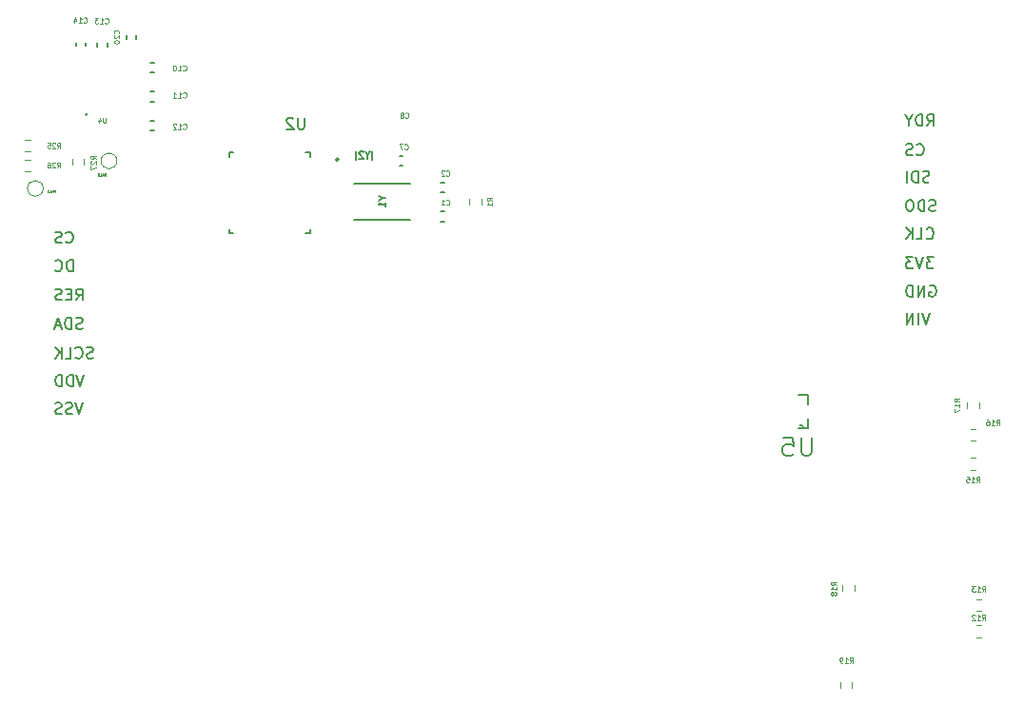
<source format=gbr>
%TF.GenerationSoftware,KiCad,Pcbnew,7.0.9*%
%TF.CreationDate,2024-01-04T23:56:04+08:00*%
%TF.ProjectId,stm32_timer_app,73746d33-325f-4746-996d-65725f617070,rev?*%
%TF.SameCoordinates,PX6a6e180PY6b00940*%
%TF.FileFunction,Legend,Bot*%
%TF.FilePolarity,Positive*%
%FSLAX46Y46*%
G04 Gerber Fmt 4.6, Leading zero omitted, Abs format (unit mm)*
G04 Created by KiCad (PCBNEW 7.0.9) date 2024-01-04 23:56:04*
%MOMM*%
%LPD*%
G01*
G04 APERTURE LIST*
%ADD10C,0.050000*%
%ADD11C,0.150000*%
%ADD12C,0.117500*%
%ADD13C,0.118517*%
%ADD14C,0.098716*%
%ADD15C,0.127000*%
%ADD16C,0.200000*%
%ADD17C,0.120000*%
%ADD18C,0.140000*%
%ADD19C,0.152400*%
G04 APERTURE END LIST*
D10*
X53878570Y58377077D02*
X53878570Y58577077D01*
X53878570Y58577077D02*
X53802380Y58577077D01*
X53802380Y58577077D02*
X53783332Y58567553D01*
X53783332Y58567553D02*
X53773809Y58558029D01*
X53773809Y58558029D02*
X53764285Y58538981D01*
X53764285Y58538981D02*
X53764285Y58510410D01*
X53764285Y58510410D02*
X53773809Y58491362D01*
X53773809Y58491362D02*
X53783332Y58481839D01*
X53783332Y58481839D02*
X53802380Y58472315D01*
X53802380Y58472315D02*
X53878570Y58472315D01*
X53688094Y58434220D02*
X53592856Y58434220D01*
X53707142Y58377077D02*
X53640475Y58577077D01*
X53640475Y58577077D02*
X53573809Y58377077D01*
X53402380Y58377077D02*
X53516665Y58377077D01*
X53459522Y58377077D02*
X53459522Y58577077D01*
X53459522Y58577077D02*
X53478570Y58548505D01*
X53478570Y58548505D02*
X53497618Y58529458D01*
X53497618Y58529458D02*
X53516665Y58519934D01*
X53211904Y58377077D02*
X53326189Y58377077D01*
X53269046Y58377077D02*
X53269046Y58577077D01*
X53269046Y58577077D02*
X53288094Y58548505D01*
X53288094Y58548505D02*
X53307142Y58529458D01*
X53307142Y58529458D02*
X53326189Y58519934D01*
X58378570Y59827077D02*
X58378570Y60027077D01*
X58378570Y60027077D02*
X58302380Y60027077D01*
X58302380Y60027077D02*
X58283332Y60017553D01*
X58283332Y60017553D02*
X58273809Y60008029D01*
X58273809Y60008029D02*
X58264285Y59988981D01*
X58264285Y59988981D02*
X58264285Y59960410D01*
X58264285Y59960410D02*
X58273809Y59941362D01*
X58273809Y59941362D02*
X58283332Y59931839D01*
X58283332Y59931839D02*
X58302380Y59922315D01*
X58302380Y59922315D02*
X58378570Y59922315D01*
X58188094Y59884220D02*
X58092856Y59884220D01*
X58207142Y59827077D02*
X58140475Y60027077D01*
X58140475Y60027077D02*
X58073809Y59827077D01*
X57902380Y59827077D02*
X58016665Y59827077D01*
X57959522Y59827077D02*
X57959522Y60027077D01*
X57959522Y60027077D02*
X57978570Y59998505D01*
X57978570Y59998505D02*
X57997618Y59979458D01*
X57997618Y59979458D02*
X58016665Y59969934D01*
X57826189Y60008029D02*
X57816665Y60017553D01*
X57816665Y60017553D02*
X57797618Y60027077D01*
X57797618Y60027077D02*
X57749999Y60027077D01*
X57749999Y60027077D02*
X57730951Y60017553D01*
X57730951Y60017553D02*
X57721427Y60008029D01*
X57721427Y60008029D02*
X57711904Y59988981D01*
X57711904Y59988981D02*
X57711904Y59969934D01*
X57711904Y59969934D02*
X57721427Y59941362D01*
X57721427Y59941362D02*
X57835713Y59827077D01*
X57835713Y59827077D02*
X57711904Y59827077D01*
D11*
X76086904Y64980181D02*
X76086904Y64170658D01*
X76086904Y64170658D02*
X76039285Y64075420D01*
X76039285Y64075420D02*
X75991666Y64027800D01*
X75991666Y64027800D02*
X75896428Y63980181D01*
X75896428Y63980181D02*
X75705952Y63980181D01*
X75705952Y63980181D02*
X75610714Y64027800D01*
X75610714Y64027800D02*
X75563095Y64075420D01*
X75563095Y64075420D02*
X75515476Y64170658D01*
X75515476Y64170658D02*
X75515476Y64980181D01*
X75086904Y64884943D02*
X75039285Y64932562D01*
X75039285Y64932562D02*
X74944047Y64980181D01*
X74944047Y64980181D02*
X74705952Y64980181D01*
X74705952Y64980181D02*
X74610714Y64932562D01*
X74610714Y64932562D02*
X74563095Y64884943D01*
X74563095Y64884943D02*
X74515476Y64789705D01*
X74515476Y64789705D02*
X74515476Y64694467D01*
X74515476Y64694467D02*
X74563095Y64551610D01*
X74563095Y64551610D02*
X75134523Y63980181D01*
X75134523Y63980181D02*
X74515476Y63980181D01*
X56391113Y39629881D02*
X56057780Y38629881D01*
X56057780Y38629881D02*
X55724447Y39629881D01*
X55438732Y38677500D02*
X55295875Y38629881D01*
X55295875Y38629881D02*
X55057780Y38629881D01*
X55057780Y38629881D02*
X54962542Y38677500D01*
X54962542Y38677500D02*
X54914923Y38725120D01*
X54914923Y38725120D02*
X54867304Y38820358D01*
X54867304Y38820358D02*
X54867304Y38915596D01*
X54867304Y38915596D02*
X54914923Y39010834D01*
X54914923Y39010834D02*
X54962542Y39058453D01*
X54962542Y39058453D02*
X55057780Y39106072D01*
X55057780Y39106072D02*
X55248256Y39153691D01*
X55248256Y39153691D02*
X55343494Y39201310D01*
X55343494Y39201310D02*
X55391113Y39248929D01*
X55391113Y39248929D02*
X55438732Y39344167D01*
X55438732Y39344167D02*
X55438732Y39439405D01*
X55438732Y39439405D02*
X55391113Y39534643D01*
X55391113Y39534643D02*
X55343494Y39582262D01*
X55343494Y39582262D02*
X55248256Y39629881D01*
X55248256Y39629881D02*
X55010161Y39629881D01*
X55010161Y39629881D02*
X54867304Y39582262D01*
X54486351Y38677500D02*
X54343494Y38629881D01*
X54343494Y38629881D02*
X54105399Y38629881D01*
X54105399Y38629881D02*
X54010161Y38677500D01*
X54010161Y38677500D02*
X53962542Y38725120D01*
X53962542Y38725120D02*
X53914923Y38820358D01*
X53914923Y38820358D02*
X53914923Y38915596D01*
X53914923Y38915596D02*
X53962542Y39010834D01*
X53962542Y39010834D02*
X54010161Y39058453D01*
X54010161Y39058453D02*
X54105399Y39106072D01*
X54105399Y39106072D02*
X54295875Y39153691D01*
X54295875Y39153691D02*
X54391113Y39201310D01*
X54391113Y39201310D02*
X54438732Y39248929D01*
X54438732Y39248929D02*
X54486351Y39344167D01*
X54486351Y39344167D02*
X54486351Y39439405D01*
X54486351Y39439405D02*
X54438732Y39534643D01*
X54438732Y39534643D02*
X54391113Y39582262D01*
X54391113Y39582262D02*
X54295875Y39629881D01*
X54295875Y39629881D02*
X54057780Y39629881D01*
X54057780Y39629881D02*
X53914923Y39582262D01*
X54867304Y53939720D02*
X54914923Y53892100D01*
X54914923Y53892100D02*
X55057780Y53844481D01*
X55057780Y53844481D02*
X55153018Y53844481D01*
X55153018Y53844481D02*
X55295875Y53892100D01*
X55295875Y53892100D02*
X55391113Y53987339D01*
X55391113Y53987339D02*
X55438732Y54082577D01*
X55438732Y54082577D02*
X55486351Y54273053D01*
X55486351Y54273053D02*
X55486351Y54415910D01*
X55486351Y54415910D02*
X55438732Y54606386D01*
X55438732Y54606386D02*
X55391113Y54701624D01*
X55391113Y54701624D02*
X55295875Y54796862D01*
X55295875Y54796862D02*
X55153018Y54844481D01*
X55153018Y54844481D02*
X55057780Y54844481D01*
X55057780Y54844481D02*
X54914923Y54796862D01*
X54914923Y54796862D02*
X54867304Y54749243D01*
X54486351Y53892100D02*
X54343494Y53844481D01*
X54343494Y53844481D02*
X54105399Y53844481D01*
X54105399Y53844481D02*
X54010161Y53892100D01*
X54010161Y53892100D02*
X53962542Y53939720D01*
X53962542Y53939720D02*
X53914923Y54034958D01*
X53914923Y54034958D02*
X53914923Y54130196D01*
X53914923Y54130196D02*
X53962542Y54225434D01*
X53962542Y54225434D02*
X54010161Y54273053D01*
X54010161Y54273053D02*
X54105399Y54320672D01*
X54105399Y54320672D02*
X54295875Y54368291D01*
X54295875Y54368291D02*
X54391113Y54415910D01*
X54391113Y54415910D02*
X54438732Y54463529D01*
X54438732Y54463529D02*
X54486351Y54558767D01*
X54486351Y54558767D02*
X54486351Y54654005D01*
X54486351Y54654005D02*
X54438732Y54749243D01*
X54438732Y54749243D02*
X54391113Y54796862D01*
X54391113Y54796862D02*
X54295875Y54844481D01*
X54295875Y54844481D02*
X54057780Y54844481D01*
X54057780Y54844481D02*
X53914923Y54796862D01*
X55486352Y51329881D02*
X55486352Y52329881D01*
X55486352Y52329881D02*
X55248257Y52329881D01*
X55248257Y52329881D02*
X55105400Y52282262D01*
X55105400Y52282262D02*
X55010162Y52187024D01*
X55010162Y52187024D02*
X54962543Y52091786D01*
X54962543Y52091786D02*
X54914924Y51901310D01*
X54914924Y51901310D02*
X54914924Y51758453D01*
X54914924Y51758453D02*
X54962543Y51567977D01*
X54962543Y51567977D02*
X55010162Y51472739D01*
X55010162Y51472739D02*
X55105400Y51377500D01*
X55105400Y51377500D02*
X55248257Y51329881D01*
X55248257Y51329881D02*
X55486352Y51329881D01*
X53914924Y51425120D02*
X53962543Y51377500D01*
X53962543Y51377500D02*
X54105400Y51329881D01*
X54105400Y51329881D02*
X54200638Y51329881D01*
X54200638Y51329881D02*
X54343495Y51377500D01*
X54343495Y51377500D02*
X54438733Y51472739D01*
X54438733Y51472739D02*
X54486352Y51567977D01*
X54486352Y51567977D02*
X54533971Y51758453D01*
X54533971Y51758453D02*
X54533971Y51901310D01*
X54533971Y51901310D02*
X54486352Y52091786D01*
X54486352Y52091786D02*
X54438733Y52187024D01*
X54438733Y52187024D02*
X54343495Y52282262D01*
X54343495Y52282262D02*
X54200638Y52329881D01*
X54200638Y52329881D02*
X54105400Y52329881D01*
X54105400Y52329881D02*
X53962543Y52282262D01*
X53962543Y52282262D02*
X53914924Y52234643D01*
X55772066Y48764481D02*
X56105399Y49240672D01*
X56343494Y48764481D02*
X56343494Y49764481D01*
X56343494Y49764481D02*
X55962542Y49764481D01*
X55962542Y49764481D02*
X55867304Y49716862D01*
X55867304Y49716862D02*
X55819685Y49669243D01*
X55819685Y49669243D02*
X55772066Y49574005D01*
X55772066Y49574005D02*
X55772066Y49431148D01*
X55772066Y49431148D02*
X55819685Y49335910D01*
X55819685Y49335910D02*
X55867304Y49288291D01*
X55867304Y49288291D02*
X55962542Y49240672D01*
X55962542Y49240672D02*
X56343494Y49240672D01*
X55343494Y49288291D02*
X55010161Y49288291D01*
X54867304Y48764481D02*
X55343494Y48764481D01*
X55343494Y48764481D02*
X55343494Y49764481D01*
X55343494Y49764481D02*
X54867304Y49764481D01*
X54486351Y48812100D02*
X54343494Y48764481D01*
X54343494Y48764481D02*
X54105399Y48764481D01*
X54105399Y48764481D02*
X54010161Y48812100D01*
X54010161Y48812100D02*
X53962542Y48859720D01*
X53962542Y48859720D02*
X53914923Y48954958D01*
X53914923Y48954958D02*
X53914923Y49050196D01*
X53914923Y49050196D02*
X53962542Y49145434D01*
X53962542Y49145434D02*
X54010161Y49193053D01*
X54010161Y49193053D02*
X54105399Y49240672D01*
X54105399Y49240672D02*
X54295875Y49288291D01*
X54295875Y49288291D02*
X54391113Y49335910D01*
X54391113Y49335910D02*
X54438732Y49383529D01*
X54438732Y49383529D02*
X54486351Y49478767D01*
X54486351Y49478767D02*
X54486351Y49574005D01*
X54486351Y49574005D02*
X54438732Y49669243D01*
X54438732Y49669243D02*
X54391113Y49716862D01*
X54391113Y49716862D02*
X54295875Y49764481D01*
X54295875Y49764481D02*
X54057780Y49764481D01*
X54057780Y49764481D02*
X53914923Y49716862D01*
X56343495Y46246700D02*
X56200638Y46199081D01*
X56200638Y46199081D02*
X55962543Y46199081D01*
X55962543Y46199081D02*
X55867305Y46246700D01*
X55867305Y46246700D02*
X55819686Y46294320D01*
X55819686Y46294320D02*
X55772067Y46389558D01*
X55772067Y46389558D02*
X55772067Y46484796D01*
X55772067Y46484796D02*
X55819686Y46580034D01*
X55819686Y46580034D02*
X55867305Y46627653D01*
X55867305Y46627653D02*
X55962543Y46675272D01*
X55962543Y46675272D02*
X56153019Y46722891D01*
X56153019Y46722891D02*
X56248257Y46770510D01*
X56248257Y46770510D02*
X56295876Y46818129D01*
X56295876Y46818129D02*
X56343495Y46913367D01*
X56343495Y46913367D02*
X56343495Y47008605D01*
X56343495Y47008605D02*
X56295876Y47103843D01*
X56295876Y47103843D02*
X56248257Y47151462D01*
X56248257Y47151462D02*
X56153019Y47199081D01*
X56153019Y47199081D02*
X55914924Y47199081D01*
X55914924Y47199081D02*
X55772067Y47151462D01*
X55343495Y46199081D02*
X55343495Y47199081D01*
X55343495Y47199081D02*
X55105400Y47199081D01*
X55105400Y47199081D02*
X54962543Y47151462D01*
X54962543Y47151462D02*
X54867305Y47056224D01*
X54867305Y47056224D02*
X54819686Y46960986D01*
X54819686Y46960986D02*
X54772067Y46770510D01*
X54772067Y46770510D02*
X54772067Y46627653D01*
X54772067Y46627653D02*
X54819686Y46437177D01*
X54819686Y46437177D02*
X54867305Y46341939D01*
X54867305Y46341939D02*
X54962543Y46246700D01*
X54962543Y46246700D02*
X55105400Y46199081D01*
X55105400Y46199081D02*
X55343495Y46199081D01*
X54391114Y46484796D02*
X53914924Y46484796D01*
X54486352Y46199081D02*
X54153019Y47199081D01*
X54153019Y47199081D02*
X53819686Y46199081D01*
X57295875Y43630500D02*
X57153018Y43582881D01*
X57153018Y43582881D02*
X56914923Y43582881D01*
X56914923Y43582881D02*
X56819685Y43630500D01*
X56819685Y43630500D02*
X56772066Y43678120D01*
X56772066Y43678120D02*
X56724447Y43773358D01*
X56724447Y43773358D02*
X56724447Y43868596D01*
X56724447Y43868596D02*
X56772066Y43963834D01*
X56772066Y43963834D02*
X56819685Y44011453D01*
X56819685Y44011453D02*
X56914923Y44059072D01*
X56914923Y44059072D02*
X57105399Y44106691D01*
X57105399Y44106691D02*
X57200637Y44154310D01*
X57200637Y44154310D02*
X57248256Y44201929D01*
X57248256Y44201929D02*
X57295875Y44297167D01*
X57295875Y44297167D02*
X57295875Y44392405D01*
X57295875Y44392405D02*
X57248256Y44487643D01*
X57248256Y44487643D02*
X57200637Y44535262D01*
X57200637Y44535262D02*
X57105399Y44582881D01*
X57105399Y44582881D02*
X56867304Y44582881D01*
X56867304Y44582881D02*
X56724447Y44535262D01*
X55724447Y43678120D02*
X55772066Y43630500D01*
X55772066Y43630500D02*
X55914923Y43582881D01*
X55914923Y43582881D02*
X56010161Y43582881D01*
X56010161Y43582881D02*
X56153018Y43630500D01*
X56153018Y43630500D02*
X56248256Y43725739D01*
X56248256Y43725739D02*
X56295875Y43820977D01*
X56295875Y43820977D02*
X56343494Y44011453D01*
X56343494Y44011453D02*
X56343494Y44154310D01*
X56343494Y44154310D02*
X56295875Y44344786D01*
X56295875Y44344786D02*
X56248256Y44440024D01*
X56248256Y44440024D02*
X56153018Y44535262D01*
X56153018Y44535262D02*
X56010161Y44582881D01*
X56010161Y44582881D02*
X55914923Y44582881D01*
X55914923Y44582881D02*
X55772066Y44535262D01*
X55772066Y44535262D02*
X55724447Y44487643D01*
X54819685Y43582881D02*
X55295875Y43582881D01*
X55295875Y43582881D02*
X55295875Y44582881D01*
X54486351Y43582881D02*
X54486351Y44582881D01*
X53914923Y43582881D02*
X54343494Y44154310D01*
X53914923Y44582881D02*
X54486351Y44011453D01*
X56486351Y42093681D02*
X56153018Y41093681D01*
X56153018Y41093681D02*
X55819685Y42093681D01*
X55486351Y41093681D02*
X55486351Y42093681D01*
X55486351Y42093681D02*
X55248256Y42093681D01*
X55248256Y42093681D02*
X55105399Y42046062D01*
X55105399Y42046062D02*
X55010161Y41950824D01*
X55010161Y41950824D02*
X54962542Y41855586D01*
X54962542Y41855586D02*
X54914923Y41665110D01*
X54914923Y41665110D02*
X54914923Y41522253D01*
X54914923Y41522253D02*
X54962542Y41331777D01*
X54962542Y41331777D02*
X55010161Y41236539D01*
X55010161Y41236539D02*
X55105399Y41141300D01*
X55105399Y41141300D02*
X55248256Y41093681D01*
X55248256Y41093681D02*
X55486351Y41093681D01*
X54486351Y41093681D02*
X54486351Y42093681D01*
X54486351Y42093681D02*
X54248256Y42093681D01*
X54248256Y42093681D02*
X54105399Y42046062D01*
X54105399Y42046062D02*
X54010161Y41950824D01*
X54010161Y41950824D02*
X53962542Y41855586D01*
X53962542Y41855586D02*
X53914923Y41665110D01*
X53914923Y41665110D02*
X53914923Y41522253D01*
X53914923Y41522253D02*
X53962542Y41331777D01*
X53962542Y41331777D02*
X54010161Y41236539D01*
X54010161Y41236539D02*
X54105399Y41141300D01*
X54105399Y41141300D02*
X54248256Y41093681D01*
X54248256Y41093681D02*
X54486351Y41093681D01*
X132241171Y56731500D02*
X132098314Y56683881D01*
X132098314Y56683881D02*
X131860219Y56683881D01*
X131860219Y56683881D02*
X131764981Y56731500D01*
X131764981Y56731500D02*
X131717362Y56779120D01*
X131717362Y56779120D02*
X131669743Y56874358D01*
X131669743Y56874358D02*
X131669743Y56969596D01*
X131669743Y56969596D02*
X131717362Y57064834D01*
X131717362Y57064834D02*
X131764981Y57112453D01*
X131764981Y57112453D02*
X131860219Y57160072D01*
X131860219Y57160072D02*
X132050695Y57207691D01*
X132050695Y57207691D02*
X132145933Y57255310D01*
X132145933Y57255310D02*
X132193552Y57302929D01*
X132193552Y57302929D02*
X132241171Y57398167D01*
X132241171Y57398167D02*
X132241171Y57493405D01*
X132241171Y57493405D02*
X132193552Y57588643D01*
X132193552Y57588643D02*
X132145933Y57636262D01*
X132145933Y57636262D02*
X132050695Y57683881D01*
X132050695Y57683881D02*
X131812600Y57683881D01*
X131812600Y57683881D02*
X131669743Y57636262D01*
X131241171Y56683881D02*
X131241171Y57683881D01*
X131241171Y57683881D02*
X131003076Y57683881D01*
X131003076Y57683881D02*
X130860219Y57636262D01*
X130860219Y57636262D02*
X130764981Y57541024D01*
X130764981Y57541024D02*
X130717362Y57445786D01*
X130717362Y57445786D02*
X130669743Y57255310D01*
X130669743Y57255310D02*
X130669743Y57112453D01*
X130669743Y57112453D02*
X130717362Y56921977D01*
X130717362Y56921977D02*
X130764981Y56826739D01*
X130764981Y56826739D02*
X130860219Y56731500D01*
X130860219Y56731500D02*
X131003076Y56683881D01*
X131003076Y56683881D02*
X131241171Y56683881D01*
X130050695Y57683881D02*
X129860219Y57683881D01*
X129860219Y57683881D02*
X129764981Y57636262D01*
X129764981Y57636262D02*
X129669743Y57541024D01*
X129669743Y57541024D02*
X129622124Y57350548D01*
X129622124Y57350548D02*
X129622124Y57017215D01*
X129622124Y57017215D02*
X129669743Y56826739D01*
X129669743Y56826739D02*
X129764981Y56731500D01*
X129764981Y56731500D02*
X129860219Y56683881D01*
X129860219Y56683881D02*
X130050695Y56683881D01*
X130050695Y56683881D02*
X130145933Y56731500D01*
X130145933Y56731500D02*
X130241171Y56826739D01*
X130241171Y56826739D02*
X130288790Y57017215D01*
X130288790Y57017215D02*
X130288790Y57350548D01*
X130288790Y57350548D02*
X130241171Y57541024D01*
X130241171Y57541024D02*
X130145933Y57636262D01*
X130145933Y57636262D02*
X130050695Y57683881D01*
X130574504Y61757520D02*
X130622123Y61709900D01*
X130622123Y61709900D02*
X130764980Y61662281D01*
X130764980Y61662281D02*
X130860218Y61662281D01*
X130860218Y61662281D02*
X131003075Y61709900D01*
X131003075Y61709900D02*
X131098313Y61805139D01*
X131098313Y61805139D02*
X131145932Y61900377D01*
X131145932Y61900377D02*
X131193551Y62090853D01*
X131193551Y62090853D02*
X131193551Y62233710D01*
X131193551Y62233710D02*
X131145932Y62424186D01*
X131145932Y62424186D02*
X131098313Y62519424D01*
X131098313Y62519424D02*
X131003075Y62614662D01*
X131003075Y62614662D02*
X130860218Y62662281D01*
X130860218Y62662281D02*
X130764980Y62662281D01*
X130764980Y62662281D02*
X130622123Y62614662D01*
X130622123Y62614662D02*
X130574504Y62567043D01*
X130193551Y61709900D02*
X130050694Y61662281D01*
X130050694Y61662281D02*
X129812599Y61662281D01*
X129812599Y61662281D02*
X129717361Y61709900D01*
X129717361Y61709900D02*
X129669742Y61757520D01*
X129669742Y61757520D02*
X129622123Y61852758D01*
X129622123Y61852758D02*
X129622123Y61947996D01*
X129622123Y61947996D02*
X129669742Y62043234D01*
X129669742Y62043234D02*
X129717361Y62090853D01*
X129717361Y62090853D02*
X129812599Y62138472D01*
X129812599Y62138472D02*
X130003075Y62186091D01*
X130003075Y62186091D02*
X130098313Y62233710D01*
X130098313Y62233710D02*
X130145932Y62281329D01*
X130145932Y62281329D02*
X130193551Y62376567D01*
X130193551Y62376567D02*
X130193551Y62471805D01*
X130193551Y62471805D02*
X130145932Y62567043D01*
X130145932Y62567043D02*
X130098313Y62614662D01*
X130098313Y62614662D02*
X130003075Y62662281D01*
X130003075Y62662281D02*
X129764980Y62662281D01*
X129764980Y62662281D02*
X129622123Y62614662D01*
X131479266Y64283681D02*
X131812599Y64759872D01*
X132050694Y64283681D02*
X132050694Y65283681D01*
X132050694Y65283681D02*
X131669742Y65283681D01*
X131669742Y65283681D02*
X131574504Y65236062D01*
X131574504Y65236062D02*
X131526885Y65188443D01*
X131526885Y65188443D02*
X131479266Y65093205D01*
X131479266Y65093205D02*
X131479266Y64950348D01*
X131479266Y64950348D02*
X131526885Y64855110D01*
X131526885Y64855110D02*
X131574504Y64807491D01*
X131574504Y64807491D02*
X131669742Y64759872D01*
X131669742Y64759872D02*
X132050694Y64759872D01*
X131050694Y64283681D02*
X131050694Y65283681D01*
X131050694Y65283681D02*
X130812599Y65283681D01*
X130812599Y65283681D02*
X130669742Y65236062D01*
X130669742Y65236062D02*
X130574504Y65140824D01*
X130574504Y65140824D02*
X130526885Y65045586D01*
X130526885Y65045586D02*
X130479266Y64855110D01*
X130479266Y64855110D02*
X130479266Y64712253D01*
X130479266Y64712253D02*
X130526885Y64521777D01*
X130526885Y64521777D02*
X130574504Y64426539D01*
X130574504Y64426539D02*
X130669742Y64331300D01*
X130669742Y64331300D02*
X130812599Y64283681D01*
X130812599Y64283681D02*
X131050694Y64283681D01*
X129860218Y64759872D02*
X129860218Y64283681D01*
X130193551Y65283681D02*
X129860218Y64759872D01*
X129860218Y64759872D02*
X129526885Y65283681D01*
X131717361Y47583681D02*
X131384028Y46583681D01*
X131384028Y46583681D02*
X131050695Y47583681D01*
X130717361Y46583681D02*
X130717361Y47583681D01*
X130241171Y46583681D02*
X130241171Y47583681D01*
X130241171Y47583681D02*
X129669743Y46583681D01*
X129669743Y46583681D02*
X129669743Y47583681D01*
X132050694Y52583681D02*
X131431647Y52583681D01*
X131431647Y52583681D02*
X131764980Y52202729D01*
X131764980Y52202729D02*
X131622123Y52202729D01*
X131622123Y52202729D02*
X131526885Y52155110D01*
X131526885Y52155110D02*
X131479266Y52107491D01*
X131479266Y52107491D02*
X131431647Y52012253D01*
X131431647Y52012253D02*
X131431647Y51774158D01*
X131431647Y51774158D02*
X131479266Y51678920D01*
X131479266Y51678920D02*
X131526885Y51631300D01*
X131526885Y51631300D02*
X131622123Y51583681D01*
X131622123Y51583681D02*
X131907837Y51583681D01*
X131907837Y51583681D02*
X132003075Y51631300D01*
X132003075Y51631300D02*
X132050694Y51678920D01*
X131145932Y52583681D02*
X130812599Y51583681D01*
X130812599Y51583681D02*
X130479266Y52583681D01*
X130241170Y52583681D02*
X129622123Y52583681D01*
X129622123Y52583681D02*
X129955456Y52202729D01*
X129955456Y52202729D02*
X129812599Y52202729D01*
X129812599Y52202729D02*
X129717361Y52155110D01*
X129717361Y52155110D02*
X129669742Y52107491D01*
X129669742Y52107491D02*
X129622123Y52012253D01*
X129622123Y52012253D02*
X129622123Y51774158D01*
X129622123Y51774158D02*
X129669742Y51678920D01*
X129669742Y51678920D02*
X129717361Y51631300D01*
X129717361Y51631300D02*
X129812599Y51583681D01*
X129812599Y51583681D02*
X130098313Y51583681D01*
X130098313Y51583681D02*
X130193551Y51631300D01*
X130193551Y51631300D02*
X130241170Y51678920D01*
X131717361Y50036062D02*
X131812599Y50083681D01*
X131812599Y50083681D02*
X131955456Y50083681D01*
X131955456Y50083681D02*
X132098313Y50036062D01*
X132098313Y50036062D02*
X132193551Y49940824D01*
X132193551Y49940824D02*
X132241170Y49845586D01*
X132241170Y49845586D02*
X132288789Y49655110D01*
X132288789Y49655110D02*
X132288789Y49512253D01*
X132288789Y49512253D02*
X132241170Y49321777D01*
X132241170Y49321777D02*
X132193551Y49226539D01*
X132193551Y49226539D02*
X132098313Y49131300D01*
X132098313Y49131300D02*
X131955456Y49083681D01*
X131955456Y49083681D02*
X131860218Y49083681D01*
X131860218Y49083681D02*
X131717361Y49131300D01*
X131717361Y49131300D02*
X131669742Y49178920D01*
X131669742Y49178920D02*
X131669742Y49512253D01*
X131669742Y49512253D02*
X131860218Y49512253D01*
X131241170Y49083681D02*
X131241170Y50083681D01*
X131241170Y50083681D02*
X130669742Y49083681D01*
X130669742Y49083681D02*
X130669742Y50083681D01*
X130193551Y49083681D02*
X130193551Y50083681D01*
X130193551Y50083681D02*
X129955456Y50083681D01*
X129955456Y50083681D02*
X129812599Y50036062D01*
X129812599Y50036062D02*
X129717361Y49940824D01*
X129717361Y49940824D02*
X129669742Y49845586D01*
X129669742Y49845586D02*
X129622123Y49655110D01*
X129622123Y49655110D02*
X129622123Y49512253D01*
X129622123Y49512253D02*
X129669742Y49321777D01*
X129669742Y49321777D02*
X129717361Y49226539D01*
X129717361Y49226539D02*
X129812599Y49131300D01*
X129812599Y49131300D02*
X129955456Y49083681D01*
X129955456Y49083681D02*
X130193551Y49083681D01*
X131431648Y54289920D02*
X131479267Y54242300D01*
X131479267Y54242300D02*
X131622124Y54194681D01*
X131622124Y54194681D02*
X131717362Y54194681D01*
X131717362Y54194681D02*
X131860219Y54242300D01*
X131860219Y54242300D02*
X131955457Y54337539D01*
X131955457Y54337539D02*
X132003076Y54432777D01*
X132003076Y54432777D02*
X132050695Y54623253D01*
X132050695Y54623253D02*
X132050695Y54766110D01*
X132050695Y54766110D02*
X132003076Y54956586D01*
X132003076Y54956586D02*
X131955457Y55051824D01*
X131955457Y55051824D02*
X131860219Y55147062D01*
X131860219Y55147062D02*
X131717362Y55194681D01*
X131717362Y55194681D02*
X131622124Y55194681D01*
X131622124Y55194681D02*
X131479267Y55147062D01*
X131479267Y55147062D02*
X131431648Y55099443D01*
X130526886Y54194681D02*
X131003076Y54194681D01*
X131003076Y54194681D02*
X131003076Y55194681D01*
X130193552Y54194681D02*
X130193552Y55194681D01*
X129622124Y54194681D02*
X130050695Y54766110D01*
X129622124Y55194681D02*
X130193552Y54623253D01*
X131669741Y59296900D02*
X131526884Y59249281D01*
X131526884Y59249281D02*
X131288789Y59249281D01*
X131288789Y59249281D02*
X131193551Y59296900D01*
X131193551Y59296900D02*
X131145932Y59344520D01*
X131145932Y59344520D02*
X131098313Y59439758D01*
X131098313Y59439758D02*
X131098313Y59534996D01*
X131098313Y59534996D02*
X131145932Y59630234D01*
X131145932Y59630234D02*
X131193551Y59677853D01*
X131193551Y59677853D02*
X131288789Y59725472D01*
X131288789Y59725472D02*
X131479265Y59773091D01*
X131479265Y59773091D02*
X131574503Y59820710D01*
X131574503Y59820710D02*
X131622122Y59868329D01*
X131622122Y59868329D02*
X131669741Y59963567D01*
X131669741Y59963567D02*
X131669741Y60058805D01*
X131669741Y60058805D02*
X131622122Y60154043D01*
X131622122Y60154043D02*
X131574503Y60201662D01*
X131574503Y60201662D02*
X131479265Y60249281D01*
X131479265Y60249281D02*
X131241170Y60249281D01*
X131241170Y60249281D02*
X131098313Y60201662D01*
X130669741Y59249281D02*
X130669741Y60249281D01*
X130669741Y60249281D02*
X130431646Y60249281D01*
X130431646Y60249281D02*
X130288789Y60201662D01*
X130288789Y60201662D02*
X130193551Y60106424D01*
X130193551Y60106424D02*
X130145932Y60011186D01*
X130145932Y60011186D02*
X130098313Y59820710D01*
X130098313Y59820710D02*
X130098313Y59677853D01*
X130098313Y59677853D02*
X130145932Y59487377D01*
X130145932Y59487377D02*
X130193551Y59392139D01*
X130193551Y59392139D02*
X130288789Y59296900D01*
X130288789Y59296900D02*
X130431646Y59249281D01*
X130431646Y59249281D02*
X130669741Y59249281D01*
X129669741Y59249281D02*
X129669741Y60249281D01*
D12*
X54102142Y62288680D02*
X54258809Y62512489D01*
X54370714Y62288680D02*
X54370714Y62758680D01*
X54370714Y62758680D02*
X54191666Y62758680D01*
X54191666Y62758680D02*
X54146904Y62736299D01*
X54146904Y62736299D02*
X54124523Y62713918D01*
X54124523Y62713918D02*
X54102142Y62669156D01*
X54102142Y62669156D02*
X54102142Y62602013D01*
X54102142Y62602013D02*
X54124523Y62557251D01*
X54124523Y62557251D02*
X54146904Y62534870D01*
X54146904Y62534870D02*
X54191666Y62512489D01*
X54191666Y62512489D02*
X54370714Y62512489D01*
X53923095Y62713918D02*
X53900714Y62736299D01*
X53900714Y62736299D02*
X53855952Y62758680D01*
X53855952Y62758680D02*
X53744047Y62758680D01*
X53744047Y62758680D02*
X53699285Y62736299D01*
X53699285Y62736299D02*
X53676904Y62713918D01*
X53676904Y62713918D02*
X53654523Y62669156D01*
X53654523Y62669156D02*
X53654523Y62624394D01*
X53654523Y62624394D02*
X53676904Y62557251D01*
X53676904Y62557251D02*
X53945476Y62288680D01*
X53945476Y62288680D02*
X53654523Y62288680D01*
X53229285Y62758680D02*
X53453095Y62758680D01*
X53453095Y62758680D02*
X53475476Y62534870D01*
X53475476Y62534870D02*
X53453095Y62557251D01*
X53453095Y62557251D02*
X53408333Y62579632D01*
X53408333Y62579632D02*
X53296428Y62579632D01*
X53296428Y62579632D02*
X53251666Y62557251D01*
X53251666Y62557251D02*
X53229285Y62534870D01*
X53229285Y62534870D02*
X53206904Y62490108D01*
X53206904Y62490108D02*
X53206904Y62378203D01*
X53206904Y62378203D02*
X53229285Y62333441D01*
X53229285Y62333441D02*
X53251666Y62311060D01*
X53251666Y62311060D02*
X53296428Y62288680D01*
X53296428Y62288680D02*
X53408333Y62288680D01*
X53408333Y62288680D02*
X53453095Y62311060D01*
X53453095Y62311060D02*
X53475476Y62333441D01*
D13*
X56454756Y73482000D02*
X56477331Y73459425D01*
X56477331Y73459425D02*
X56545054Y73436851D01*
X56545054Y73436851D02*
X56590204Y73436851D01*
X56590204Y73436851D02*
X56657928Y73459425D01*
X56657928Y73459425D02*
X56703077Y73504575D01*
X56703077Y73504575D02*
X56725651Y73549724D01*
X56725651Y73549724D02*
X56748226Y73640022D01*
X56748226Y73640022D02*
X56748226Y73707746D01*
X56748226Y73707746D02*
X56725651Y73798045D01*
X56725651Y73798045D02*
X56703077Y73843194D01*
X56703077Y73843194D02*
X56657928Y73888343D01*
X56657928Y73888343D02*
X56590204Y73910918D01*
X56590204Y73910918D02*
X56545054Y73910918D01*
X56545054Y73910918D02*
X56477331Y73888343D01*
X56477331Y73888343D02*
X56454756Y73865769D01*
X56003264Y73436851D02*
X56274159Y73436851D01*
X56138711Y73436851D02*
X56138711Y73910918D01*
X56138711Y73910918D02*
X56183861Y73843194D01*
X56183861Y73843194D02*
X56229010Y73798045D01*
X56229010Y73798045D02*
X56274159Y73775470D01*
X55596921Y73752896D02*
X55596921Y73436851D01*
X55709794Y73933492D02*
X55822667Y73594873D01*
X55822667Y73594873D02*
X55529197Y73594873D01*
D11*
X83033514Y57854762D02*
X83338276Y57854762D01*
X82698276Y58068095D02*
X83033514Y57854762D01*
X83033514Y57854762D02*
X82698276Y57641428D01*
X83338276Y57092857D02*
X83338276Y57458572D01*
X83338276Y57275715D02*
X82698276Y57275715D01*
X82698276Y57275715D02*
X82789704Y57336667D01*
X82789704Y57336667D02*
X82850657Y57397619D01*
X82850657Y57397619D02*
X82881133Y57458572D01*
D12*
X134356320Y39702143D02*
X134132511Y39858810D01*
X134356320Y39970715D02*
X133886320Y39970715D01*
X133886320Y39970715D02*
X133886320Y39791667D01*
X133886320Y39791667D02*
X133908701Y39746905D01*
X133908701Y39746905D02*
X133931082Y39724524D01*
X133931082Y39724524D02*
X133975844Y39702143D01*
X133975844Y39702143D02*
X134042987Y39702143D01*
X134042987Y39702143D02*
X134087749Y39724524D01*
X134087749Y39724524D02*
X134110130Y39746905D01*
X134110130Y39746905D02*
X134132511Y39791667D01*
X134132511Y39791667D02*
X134132511Y39970715D01*
X134356320Y39254524D02*
X134356320Y39523096D01*
X134356320Y39388810D02*
X133886320Y39388810D01*
X133886320Y39388810D02*
X133953463Y39433572D01*
X133953463Y39433572D02*
X133998225Y39478334D01*
X133998225Y39478334D02*
X134020606Y39523096D01*
X133886320Y39097858D02*
X133886320Y38784524D01*
X133886320Y38784524D02*
X134356320Y38985953D01*
X136377142Y22818680D02*
X136533809Y23042489D01*
X136645714Y22818680D02*
X136645714Y23288680D01*
X136645714Y23288680D02*
X136466666Y23288680D01*
X136466666Y23288680D02*
X136421904Y23266299D01*
X136421904Y23266299D02*
X136399523Y23243918D01*
X136399523Y23243918D02*
X136377142Y23199156D01*
X136377142Y23199156D02*
X136377142Y23132013D01*
X136377142Y23132013D02*
X136399523Y23087251D01*
X136399523Y23087251D02*
X136421904Y23064870D01*
X136421904Y23064870D02*
X136466666Y23042489D01*
X136466666Y23042489D02*
X136645714Y23042489D01*
X135929523Y22818680D02*
X136198095Y22818680D01*
X136063809Y22818680D02*
X136063809Y23288680D01*
X136063809Y23288680D02*
X136108571Y23221537D01*
X136108571Y23221537D02*
X136153333Y23176775D01*
X136153333Y23176775D02*
X136198095Y23154394D01*
X135772857Y23288680D02*
X135481904Y23288680D01*
X135481904Y23288680D02*
X135638571Y23109632D01*
X135638571Y23109632D02*
X135571428Y23109632D01*
X135571428Y23109632D02*
X135526666Y23087251D01*
X135526666Y23087251D02*
X135504285Y23064870D01*
X135504285Y23064870D02*
X135481904Y23020108D01*
X135481904Y23020108D02*
X135481904Y22908203D01*
X135481904Y22908203D02*
X135504285Y22863441D01*
X135504285Y22863441D02*
X135526666Y22841060D01*
X135526666Y22841060D02*
X135571428Y22818680D01*
X135571428Y22818680D02*
X135705714Y22818680D01*
X135705714Y22818680D02*
X135750476Y22841060D01*
X135750476Y22841060D02*
X135772857Y22863441D01*
D13*
X85064818Y65021253D02*
X85087393Y64998678D01*
X85087393Y64998678D02*
X85155116Y64976104D01*
X85155116Y64976104D02*
X85200266Y64976104D01*
X85200266Y64976104D02*
X85267990Y64998678D01*
X85267990Y64998678D02*
X85313139Y65043828D01*
X85313139Y65043828D02*
X85335713Y65088977D01*
X85335713Y65088977D02*
X85358288Y65179275D01*
X85358288Y65179275D02*
X85358288Y65246999D01*
X85358288Y65246999D02*
X85335713Y65337298D01*
X85335713Y65337298D02*
X85313139Y65382447D01*
X85313139Y65382447D02*
X85267990Y65427596D01*
X85267990Y65427596D02*
X85200266Y65450171D01*
X85200266Y65450171D02*
X85155116Y65450171D01*
X85155116Y65450171D02*
X85087393Y65427596D01*
X85087393Y65427596D02*
X85064818Y65405022D01*
X84793923Y65246999D02*
X84839072Y65269574D01*
X84839072Y65269574D02*
X84861646Y65292149D01*
X84861646Y65292149D02*
X84884221Y65337298D01*
X84884221Y65337298D02*
X84884221Y65359872D01*
X84884221Y65359872D02*
X84861646Y65405022D01*
X84861646Y65405022D02*
X84839072Y65427596D01*
X84839072Y65427596D02*
X84793923Y65450171D01*
X84793923Y65450171D02*
X84703624Y65450171D01*
X84703624Y65450171D02*
X84658475Y65427596D01*
X84658475Y65427596D02*
X84635900Y65405022D01*
X84635900Y65405022D02*
X84613326Y65359872D01*
X84613326Y65359872D02*
X84613326Y65337298D01*
X84613326Y65337298D02*
X84635900Y65292149D01*
X84635900Y65292149D02*
X84658475Y65269574D01*
X84658475Y65269574D02*
X84703624Y65246999D01*
X84703624Y65246999D02*
X84793923Y65246999D01*
X84793923Y65246999D02*
X84839072Y65224425D01*
X84839072Y65224425D02*
X84861646Y65201850D01*
X84861646Y65201850D02*
X84884221Y65156701D01*
X84884221Y65156701D02*
X84884221Y65066402D01*
X84884221Y65066402D02*
X84861646Y65021253D01*
X84861646Y65021253D02*
X84839072Y64998678D01*
X84839072Y64998678D02*
X84793923Y64976104D01*
X84793923Y64976104D02*
X84703624Y64976104D01*
X84703624Y64976104D02*
X84658475Y64998678D01*
X84658475Y64998678D02*
X84635900Y65021253D01*
X84635900Y65021253D02*
X84613326Y65066402D01*
X84613326Y65066402D02*
X84613326Y65156701D01*
X84613326Y65156701D02*
X84635900Y65201850D01*
X84635900Y65201850D02*
X84658475Y65224425D01*
X84658475Y65224425D02*
X84703624Y65246999D01*
D12*
X54102142Y60538680D02*
X54258809Y60762489D01*
X54370714Y60538680D02*
X54370714Y61008680D01*
X54370714Y61008680D02*
X54191666Y61008680D01*
X54191666Y61008680D02*
X54146904Y60986299D01*
X54146904Y60986299D02*
X54124523Y60963918D01*
X54124523Y60963918D02*
X54102142Y60919156D01*
X54102142Y60919156D02*
X54102142Y60852013D01*
X54102142Y60852013D02*
X54124523Y60807251D01*
X54124523Y60807251D02*
X54146904Y60784870D01*
X54146904Y60784870D02*
X54191666Y60762489D01*
X54191666Y60762489D02*
X54370714Y60762489D01*
X53923095Y60963918D02*
X53900714Y60986299D01*
X53900714Y60986299D02*
X53855952Y61008680D01*
X53855952Y61008680D02*
X53744047Y61008680D01*
X53744047Y61008680D02*
X53699285Y60986299D01*
X53699285Y60986299D02*
X53676904Y60963918D01*
X53676904Y60963918D02*
X53654523Y60919156D01*
X53654523Y60919156D02*
X53654523Y60874394D01*
X53654523Y60874394D02*
X53676904Y60807251D01*
X53676904Y60807251D02*
X53945476Y60538680D01*
X53945476Y60538680D02*
X53654523Y60538680D01*
X53251666Y61008680D02*
X53341190Y61008680D01*
X53341190Y61008680D02*
X53385952Y60986299D01*
X53385952Y60986299D02*
X53408333Y60963918D01*
X53408333Y60963918D02*
X53453095Y60896775D01*
X53453095Y60896775D02*
X53475476Y60807251D01*
X53475476Y60807251D02*
X53475476Y60628203D01*
X53475476Y60628203D02*
X53453095Y60583441D01*
X53453095Y60583441D02*
X53430714Y60561060D01*
X53430714Y60561060D02*
X53385952Y60538680D01*
X53385952Y60538680D02*
X53296428Y60538680D01*
X53296428Y60538680D02*
X53251666Y60561060D01*
X53251666Y60561060D02*
X53229285Y60583441D01*
X53229285Y60583441D02*
X53206904Y60628203D01*
X53206904Y60628203D02*
X53206904Y60740108D01*
X53206904Y60740108D02*
X53229285Y60784870D01*
X53229285Y60784870D02*
X53251666Y60807251D01*
X53251666Y60807251D02*
X53296428Y60829632D01*
X53296428Y60829632D02*
X53385952Y60829632D01*
X53385952Y60829632D02*
X53430714Y60807251D01*
X53430714Y60807251D02*
X53453095Y60784870D01*
X53453095Y60784870D02*
X53475476Y60740108D01*
D11*
X81704761Y61666486D02*
X81704761Y61361724D01*
X81918094Y62001724D02*
X81704761Y61666486D01*
X81704761Y61666486D02*
X81491427Y62001724D01*
X81308571Y61940772D02*
X81278095Y61971248D01*
X81278095Y61971248D02*
X81217142Y62001724D01*
X81217142Y62001724D02*
X81064761Y62001724D01*
X81064761Y62001724D02*
X81003809Y61971248D01*
X81003809Y61971248D02*
X80973333Y61940772D01*
X80973333Y61940772D02*
X80942856Y61879820D01*
X80942856Y61879820D02*
X80942856Y61818867D01*
X80942856Y61818867D02*
X80973333Y61727439D01*
X80973333Y61727439D02*
X81339047Y61361724D01*
X81339047Y61361724D02*
X80942856Y61361724D01*
D13*
X59568000Y72504757D02*
X59590575Y72527332D01*
X59590575Y72527332D02*
X59613149Y72595055D01*
X59613149Y72595055D02*
X59613149Y72640205D01*
X59613149Y72640205D02*
X59590575Y72707929D01*
X59590575Y72707929D02*
X59545425Y72753078D01*
X59545425Y72753078D02*
X59500276Y72775652D01*
X59500276Y72775652D02*
X59409978Y72798227D01*
X59409978Y72798227D02*
X59342254Y72798227D01*
X59342254Y72798227D02*
X59251955Y72775652D01*
X59251955Y72775652D02*
X59206806Y72753078D01*
X59206806Y72753078D02*
X59161657Y72707929D01*
X59161657Y72707929D02*
X59139082Y72640205D01*
X59139082Y72640205D02*
X59139082Y72595055D01*
X59139082Y72595055D02*
X59161657Y72527332D01*
X59161657Y72527332D02*
X59184231Y72504757D01*
X59184231Y72324160D02*
X59161657Y72301585D01*
X59161657Y72301585D02*
X59139082Y72256436D01*
X59139082Y72256436D02*
X59139082Y72143563D01*
X59139082Y72143563D02*
X59161657Y72098414D01*
X59161657Y72098414D02*
X59184231Y72075839D01*
X59184231Y72075839D02*
X59229381Y72053265D01*
X59229381Y72053265D02*
X59274530Y72053265D01*
X59274530Y72053265D02*
X59342254Y72075839D01*
X59342254Y72075839D02*
X59613149Y72346735D01*
X59613149Y72346735D02*
X59613149Y72053265D01*
X59139082Y71759795D02*
X59139082Y71714646D01*
X59139082Y71714646D02*
X59161657Y71669496D01*
X59161657Y71669496D02*
X59184231Y71646922D01*
X59184231Y71646922D02*
X59229381Y71624347D01*
X59229381Y71624347D02*
X59319679Y71601773D01*
X59319679Y71601773D02*
X59432552Y71601773D01*
X59432552Y71601773D02*
X59522851Y71624347D01*
X59522851Y71624347D02*
X59568000Y71646922D01*
X59568000Y71646922D02*
X59590575Y71669496D01*
X59590575Y71669496D02*
X59613149Y71714646D01*
X59613149Y71714646D02*
X59613149Y71759795D01*
X59613149Y71759795D02*
X59590575Y71804944D01*
X59590575Y71804944D02*
X59568000Y71827519D01*
X59568000Y71827519D02*
X59522851Y71850093D01*
X59522851Y71850093D02*
X59432552Y71872668D01*
X59432552Y71872668D02*
X59319679Y71872668D01*
X59319679Y71872668D02*
X59229381Y71850093D01*
X59229381Y71850093D02*
X59184231Y71827519D01*
X59184231Y71827519D02*
X59161657Y71804944D01*
X59161657Y71804944D02*
X59139082Y71759795D01*
D12*
X135877142Y32558680D02*
X136033809Y32782489D01*
X136145714Y32558680D02*
X136145714Y33028680D01*
X136145714Y33028680D02*
X135966666Y33028680D01*
X135966666Y33028680D02*
X135921904Y33006299D01*
X135921904Y33006299D02*
X135899523Y32983918D01*
X135899523Y32983918D02*
X135877142Y32939156D01*
X135877142Y32939156D02*
X135877142Y32872013D01*
X135877142Y32872013D02*
X135899523Y32827251D01*
X135899523Y32827251D02*
X135921904Y32804870D01*
X135921904Y32804870D02*
X135966666Y32782489D01*
X135966666Y32782489D02*
X136145714Y32782489D01*
X135429523Y32558680D02*
X135698095Y32558680D01*
X135563809Y32558680D02*
X135563809Y33028680D01*
X135563809Y33028680D02*
X135608571Y32961537D01*
X135608571Y32961537D02*
X135653333Y32916775D01*
X135653333Y32916775D02*
X135698095Y32894394D01*
X135004285Y33028680D02*
X135228095Y33028680D01*
X135228095Y33028680D02*
X135250476Y32804870D01*
X135250476Y32804870D02*
X135228095Y32827251D01*
X135228095Y32827251D02*
X135183333Y32849632D01*
X135183333Y32849632D02*
X135071428Y32849632D01*
X135071428Y32849632D02*
X135026666Y32827251D01*
X135026666Y32827251D02*
X135004285Y32804870D01*
X135004285Y32804870D02*
X134981904Y32760108D01*
X134981904Y32760108D02*
X134981904Y32648203D01*
X134981904Y32648203D02*
X135004285Y32603441D01*
X135004285Y32603441D02*
X135026666Y32581060D01*
X135026666Y32581060D02*
X135071428Y32558680D01*
X135071428Y32558680D02*
X135183333Y32558680D01*
X135183333Y32558680D02*
X135228095Y32581060D01*
X135228095Y32581060D02*
X135250476Y32603441D01*
D13*
X88714818Y57271253D02*
X88737393Y57248678D01*
X88737393Y57248678D02*
X88805116Y57226104D01*
X88805116Y57226104D02*
X88850266Y57226104D01*
X88850266Y57226104D02*
X88917990Y57248678D01*
X88917990Y57248678D02*
X88963139Y57293828D01*
X88963139Y57293828D02*
X88985713Y57338977D01*
X88985713Y57338977D02*
X89008288Y57429275D01*
X89008288Y57429275D02*
X89008288Y57496999D01*
X89008288Y57496999D02*
X88985713Y57587298D01*
X88985713Y57587298D02*
X88963139Y57632447D01*
X88963139Y57632447D02*
X88917990Y57677596D01*
X88917990Y57677596D02*
X88850266Y57700171D01*
X88850266Y57700171D02*
X88805116Y57700171D01*
X88805116Y57700171D02*
X88737393Y57677596D01*
X88737393Y57677596D02*
X88714818Y57655022D01*
X88263326Y57226104D02*
X88534221Y57226104D01*
X88398773Y57226104D02*
X88398773Y57700171D01*
X88398773Y57700171D02*
X88443923Y57632447D01*
X88443923Y57632447D02*
X88489072Y57587298D01*
X88489072Y57587298D02*
X88534221Y57564723D01*
X65304756Y64032000D02*
X65327331Y64009425D01*
X65327331Y64009425D02*
X65395054Y63986851D01*
X65395054Y63986851D02*
X65440204Y63986851D01*
X65440204Y63986851D02*
X65507928Y64009425D01*
X65507928Y64009425D02*
X65553077Y64054575D01*
X65553077Y64054575D02*
X65575651Y64099724D01*
X65575651Y64099724D02*
X65598226Y64190022D01*
X65598226Y64190022D02*
X65598226Y64257746D01*
X65598226Y64257746D02*
X65575651Y64348045D01*
X65575651Y64348045D02*
X65553077Y64393194D01*
X65553077Y64393194D02*
X65507928Y64438343D01*
X65507928Y64438343D02*
X65440204Y64460918D01*
X65440204Y64460918D02*
X65395054Y64460918D01*
X65395054Y64460918D02*
X65327331Y64438343D01*
X65327331Y64438343D02*
X65304756Y64415769D01*
X64853264Y63986851D02*
X65124159Y63986851D01*
X64988711Y63986851D02*
X64988711Y64460918D01*
X64988711Y64460918D02*
X65033861Y64393194D01*
X65033861Y64393194D02*
X65079010Y64348045D01*
X65079010Y64348045D02*
X65124159Y64325470D01*
X64672667Y64415769D02*
X64650092Y64438343D01*
X64650092Y64438343D02*
X64604943Y64460918D01*
X64604943Y64460918D02*
X64492070Y64460918D01*
X64492070Y64460918D02*
X64446921Y64438343D01*
X64446921Y64438343D02*
X64424346Y64415769D01*
X64424346Y64415769D02*
X64401772Y64370619D01*
X64401772Y64370619D02*
X64401772Y64325470D01*
X64401772Y64325470D02*
X64424346Y64257746D01*
X64424346Y64257746D02*
X64695242Y63986851D01*
X64695242Y63986851D02*
X64401772Y63986851D01*
D12*
X57561320Y61302143D02*
X57337511Y61458810D01*
X57561320Y61570715D02*
X57091320Y61570715D01*
X57091320Y61570715D02*
X57091320Y61391667D01*
X57091320Y61391667D02*
X57113701Y61346905D01*
X57113701Y61346905D02*
X57136082Y61324524D01*
X57136082Y61324524D02*
X57180844Y61302143D01*
X57180844Y61302143D02*
X57247987Y61302143D01*
X57247987Y61302143D02*
X57292749Y61324524D01*
X57292749Y61324524D02*
X57315130Y61346905D01*
X57315130Y61346905D02*
X57337511Y61391667D01*
X57337511Y61391667D02*
X57337511Y61570715D01*
X57136082Y61123096D02*
X57113701Y61100715D01*
X57113701Y61100715D02*
X57091320Y61055953D01*
X57091320Y61055953D02*
X57091320Y60944048D01*
X57091320Y60944048D02*
X57113701Y60899286D01*
X57113701Y60899286D02*
X57136082Y60876905D01*
X57136082Y60876905D02*
X57180844Y60854524D01*
X57180844Y60854524D02*
X57225606Y60854524D01*
X57225606Y60854524D02*
X57292749Y60876905D01*
X57292749Y60876905D02*
X57561320Y61145477D01*
X57561320Y61145477D02*
X57561320Y60854524D01*
X57091320Y60697858D02*
X57091320Y60384524D01*
X57091320Y60384524D02*
X57561320Y60585953D01*
D13*
X58354756Y73432000D02*
X58377331Y73409425D01*
X58377331Y73409425D02*
X58445054Y73386851D01*
X58445054Y73386851D02*
X58490204Y73386851D01*
X58490204Y73386851D02*
X58557928Y73409425D01*
X58557928Y73409425D02*
X58603077Y73454575D01*
X58603077Y73454575D02*
X58625651Y73499724D01*
X58625651Y73499724D02*
X58648226Y73590022D01*
X58648226Y73590022D02*
X58648226Y73657746D01*
X58648226Y73657746D02*
X58625651Y73748045D01*
X58625651Y73748045D02*
X58603077Y73793194D01*
X58603077Y73793194D02*
X58557928Y73838343D01*
X58557928Y73838343D02*
X58490204Y73860918D01*
X58490204Y73860918D02*
X58445054Y73860918D01*
X58445054Y73860918D02*
X58377331Y73838343D01*
X58377331Y73838343D02*
X58354756Y73815769D01*
X57903264Y73386851D02*
X58174159Y73386851D01*
X58038711Y73386851D02*
X58038711Y73860918D01*
X58038711Y73860918D02*
X58083861Y73793194D01*
X58083861Y73793194D02*
X58129010Y73748045D01*
X58129010Y73748045D02*
X58174159Y73725470D01*
X57745242Y73860918D02*
X57451772Y73860918D01*
X57451772Y73860918D02*
X57609794Y73680321D01*
X57609794Y73680321D02*
X57542070Y73680321D01*
X57542070Y73680321D02*
X57496921Y73657746D01*
X57496921Y73657746D02*
X57474346Y73635172D01*
X57474346Y73635172D02*
X57451772Y73590022D01*
X57451772Y73590022D02*
X57451772Y73477149D01*
X57451772Y73477149D02*
X57474346Y73432000D01*
X57474346Y73432000D02*
X57496921Y73409425D01*
X57496921Y73409425D02*
X57542070Y73386851D01*
X57542070Y73386851D02*
X57677518Y73386851D01*
X57677518Y73386851D02*
X57722667Y73409425D01*
X57722667Y73409425D02*
X57745242Y73432000D01*
D14*
X58400849Y64967327D02*
X58400849Y64647675D01*
X58400849Y64647675D02*
X58382046Y64610069D01*
X58382046Y64610069D02*
X58363243Y64591265D01*
X58363243Y64591265D02*
X58325637Y64572462D01*
X58325637Y64572462D02*
X58250424Y64572462D01*
X58250424Y64572462D02*
X58212818Y64591265D01*
X58212818Y64591265D02*
X58194015Y64610069D01*
X58194015Y64610069D02*
X58175212Y64647675D01*
X58175212Y64647675D02*
X58175212Y64967327D01*
X57817953Y64835706D02*
X57817953Y64572462D01*
X57911969Y64986130D02*
X58005984Y64704084D01*
X58005984Y64704084D02*
X57761544Y64704084D01*
D11*
X121218993Y36556141D02*
X121218993Y35226961D01*
X121218993Y35226961D02*
X121140806Y35070587D01*
X121140806Y35070587D02*
X121062619Y34992399D01*
X121062619Y34992399D02*
X120906245Y34914212D01*
X120906245Y34914212D02*
X120593496Y34914212D01*
X120593496Y34914212D02*
X120437122Y34992399D01*
X120437122Y34992399D02*
X120358935Y35070587D01*
X120358935Y35070587D02*
X120280748Y35226961D01*
X120280748Y35226961D02*
X120280748Y36556141D01*
X118717006Y36556141D02*
X119498877Y36556141D01*
X119498877Y36556141D02*
X119577064Y35774270D01*
X119577064Y35774270D02*
X119498877Y35852458D01*
X119498877Y35852458D02*
X119342503Y35930645D01*
X119342503Y35930645D02*
X118951567Y35930645D01*
X118951567Y35930645D02*
X118795193Y35852458D01*
X118795193Y35852458D02*
X118717006Y35774270D01*
X118717006Y35774270D02*
X118638819Y35617896D01*
X118638819Y35617896D02*
X118638819Y35226961D01*
X118638819Y35226961D02*
X118717006Y35070587D01*
X118717006Y35070587D02*
X118795193Y34992399D01*
X118795193Y34992399D02*
X118951567Y34914212D01*
X118951567Y34914212D02*
X119342503Y34914212D01*
X119342503Y34914212D02*
X119498877Y34992399D01*
X119498877Y34992399D02*
X119577064Y35070587D01*
D12*
X124602142Y16488680D02*
X124758809Y16712489D01*
X124870714Y16488680D02*
X124870714Y16958680D01*
X124870714Y16958680D02*
X124691666Y16958680D01*
X124691666Y16958680D02*
X124646904Y16936299D01*
X124646904Y16936299D02*
X124624523Y16913918D01*
X124624523Y16913918D02*
X124602142Y16869156D01*
X124602142Y16869156D02*
X124602142Y16802013D01*
X124602142Y16802013D02*
X124624523Y16757251D01*
X124624523Y16757251D02*
X124646904Y16734870D01*
X124646904Y16734870D02*
X124691666Y16712489D01*
X124691666Y16712489D02*
X124870714Y16712489D01*
X124154523Y16488680D02*
X124423095Y16488680D01*
X124288809Y16488680D02*
X124288809Y16958680D01*
X124288809Y16958680D02*
X124333571Y16891537D01*
X124333571Y16891537D02*
X124378333Y16846775D01*
X124378333Y16846775D02*
X124423095Y16824394D01*
X123930714Y16488680D02*
X123841190Y16488680D01*
X123841190Y16488680D02*
X123796428Y16511060D01*
X123796428Y16511060D02*
X123774047Y16533441D01*
X123774047Y16533441D02*
X123729285Y16600584D01*
X123729285Y16600584D02*
X123706904Y16690108D01*
X123706904Y16690108D02*
X123706904Y16869156D01*
X123706904Y16869156D02*
X123729285Y16913918D01*
X123729285Y16913918D02*
X123751666Y16936299D01*
X123751666Y16936299D02*
X123796428Y16958680D01*
X123796428Y16958680D02*
X123885952Y16958680D01*
X123885952Y16958680D02*
X123930714Y16936299D01*
X123930714Y16936299D02*
X123953095Y16913918D01*
X123953095Y16913918D02*
X123975476Y16869156D01*
X123975476Y16869156D02*
X123975476Y16757251D01*
X123975476Y16757251D02*
X123953095Y16712489D01*
X123953095Y16712489D02*
X123930714Y16690108D01*
X123930714Y16690108D02*
X123885952Y16667727D01*
X123885952Y16667727D02*
X123796428Y16667727D01*
X123796428Y16667727D02*
X123751666Y16690108D01*
X123751666Y16690108D02*
X123729285Y16712489D01*
X123729285Y16712489D02*
X123706904Y16757251D01*
X92811320Y57603333D02*
X92587511Y57760000D01*
X92811320Y57871905D02*
X92341320Y57871905D01*
X92341320Y57871905D02*
X92341320Y57692857D01*
X92341320Y57692857D02*
X92363701Y57648095D01*
X92363701Y57648095D02*
X92386082Y57625714D01*
X92386082Y57625714D02*
X92430844Y57603333D01*
X92430844Y57603333D02*
X92497987Y57603333D01*
X92497987Y57603333D02*
X92542749Y57625714D01*
X92542749Y57625714D02*
X92565130Y57648095D01*
X92565130Y57648095D02*
X92587511Y57692857D01*
X92587511Y57692857D02*
X92587511Y57871905D01*
X92811320Y57155714D02*
X92811320Y57424286D01*
X92811320Y57290000D02*
X92341320Y57290000D01*
X92341320Y57290000D02*
X92408463Y57334762D01*
X92408463Y57334762D02*
X92453225Y57379524D01*
X92453225Y57379524D02*
X92475606Y57424286D01*
X137652142Y37638680D02*
X137808809Y37862489D01*
X137920714Y37638680D02*
X137920714Y38108680D01*
X137920714Y38108680D02*
X137741666Y38108680D01*
X137741666Y38108680D02*
X137696904Y38086299D01*
X137696904Y38086299D02*
X137674523Y38063918D01*
X137674523Y38063918D02*
X137652142Y38019156D01*
X137652142Y38019156D02*
X137652142Y37952013D01*
X137652142Y37952013D02*
X137674523Y37907251D01*
X137674523Y37907251D02*
X137696904Y37884870D01*
X137696904Y37884870D02*
X137741666Y37862489D01*
X137741666Y37862489D02*
X137920714Y37862489D01*
X137204523Y37638680D02*
X137473095Y37638680D01*
X137338809Y37638680D02*
X137338809Y38108680D01*
X137338809Y38108680D02*
X137383571Y38041537D01*
X137383571Y38041537D02*
X137428333Y37996775D01*
X137428333Y37996775D02*
X137473095Y37974394D01*
X136801666Y38108680D02*
X136891190Y38108680D01*
X136891190Y38108680D02*
X136935952Y38086299D01*
X136935952Y38086299D02*
X136958333Y38063918D01*
X136958333Y38063918D02*
X137003095Y37996775D01*
X137003095Y37996775D02*
X137025476Y37907251D01*
X137025476Y37907251D02*
X137025476Y37728203D01*
X137025476Y37728203D02*
X137003095Y37683441D01*
X137003095Y37683441D02*
X136980714Y37661060D01*
X136980714Y37661060D02*
X136935952Y37638680D01*
X136935952Y37638680D02*
X136846428Y37638680D01*
X136846428Y37638680D02*
X136801666Y37661060D01*
X136801666Y37661060D02*
X136779285Y37683441D01*
X136779285Y37683441D02*
X136756904Y37728203D01*
X136756904Y37728203D02*
X136756904Y37840108D01*
X136756904Y37840108D02*
X136779285Y37884870D01*
X136779285Y37884870D02*
X136801666Y37907251D01*
X136801666Y37907251D02*
X136846428Y37929632D01*
X136846428Y37929632D02*
X136935952Y37929632D01*
X136935952Y37929632D02*
X136980714Y37907251D01*
X136980714Y37907251D02*
X137003095Y37884870D01*
X137003095Y37884870D02*
X137025476Y37840108D01*
D13*
X85014818Y62221253D02*
X85037393Y62198678D01*
X85037393Y62198678D02*
X85105116Y62176104D01*
X85105116Y62176104D02*
X85150266Y62176104D01*
X85150266Y62176104D02*
X85217990Y62198678D01*
X85217990Y62198678D02*
X85263139Y62243828D01*
X85263139Y62243828D02*
X85285713Y62288977D01*
X85285713Y62288977D02*
X85308288Y62379275D01*
X85308288Y62379275D02*
X85308288Y62446999D01*
X85308288Y62446999D02*
X85285713Y62537298D01*
X85285713Y62537298D02*
X85263139Y62582447D01*
X85263139Y62582447D02*
X85217990Y62627596D01*
X85217990Y62627596D02*
X85150266Y62650171D01*
X85150266Y62650171D02*
X85105116Y62650171D01*
X85105116Y62650171D02*
X85037393Y62627596D01*
X85037393Y62627596D02*
X85014818Y62605022D01*
X84856796Y62650171D02*
X84540751Y62650171D01*
X84540751Y62650171D02*
X84743923Y62176104D01*
X65304756Y69232000D02*
X65327331Y69209425D01*
X65327331Y69209425D02*
X65395054Y69186851D01*
X65395054Y69186851D02*
X65440204Y69186851D01*
X65440204Y69186851D02*
X65507928Y69209425D01*
X65507928Y69209425D02*
X65553077Y69254575D01*
X65553077Y69254575D02*
X65575651Y69299724D01*
X65575651Y69299724D02*
X65598226Y69390022D01*
X65598226Y69390022D02*
X65598226Y69457746D01*
X65598226Y69457746D02*
X65575651Y69548045D01*
X65575651Y69548045D02*
X65553077Y69593194D01*
X65553077Y69593194D02*
X65507928Y69638343D01*
X65507928Y69638343D02*
X65440204Y69660918D01*
X65440204Y69660918D02*
X65395054Y69660918D01*
X65395054Y69660918D02*
X65327331Y69638343D01*
X65327331Y69638343D02*
X65304756Y69615769D01*
X64853264Y69186851D02*
X65124159Y69186851D01*
X64988711Y69186851D02*
X64988711Y69660918D01*
X64988711Y69660918D02*
X65033861Y69593194D01*
X65033861Y69593194D02*
X65079010Y69548045D01*
X65079010Y69548045D02*
X65124159Y69525470D01*
X64559794Y69660918D02*
X64514645Y69660918D01*
X64514645Y69660918D02*
X64469495Y69638343D01*
X64469495Y69638343D02*
X64446921Y69615769D01*
X64446921Y69615769D02*
X64424346Y69570619D01*
X64424346Y69570619D02*
X64401772Y69480321D01*
X64401772Y69480321D02*
X64401772Y69367448D01*
X64401772Y69367448D02*
X64424346Y69277149D01*
X64424346Y69277149D02*
X64446921Y69232000D01*
X64446921Y69232000D02*
X64469495Y69209425D01*
X64469495Y69209425D02*
X64514645Y69186851D01*
X64514645Y69186851D02*
X64559794Y69186851D01*
X64559794Y69186851D02*
X64604943Y69209425D01*
X64604943Y69209425D02*
X64627518Y69232000D01*
X64627518Y69232000D02*
X64650092Y69277149D01*
X64650092Y69277149D02*
X64672667Y69367448D01*
X64672667Y69367448D02*
X64672667Y69480321D01*
X64672667Y69480321D02*
X64650092Y69570619D01*
X64650092Y69570619D02*
X64627518Y69615769D01*
X64627518Y69615769D02*
X64604943Y69638343D01*
X64604943Y69638343D02*
X64559794Y69660918D01*
D12*
X136377142Y20288680D02*
X136533809Y20512489D01*
X136645714Y20288680D02*
X136645714Y20758680D01*
X136645714Y20758680D02*
X136466666Y20758680D01*
X136466666Y20758680D02*
X136421904Y20736299D01*
X136421904Y20736299D02*
X136399523Y20713918D01*
X136399523Y20713918D02*
X136377142Y20669156D01*
X136377142Y20669156D02*
X136377142Y20602013D01*
X136377142Y20602013D02*
X136399523Y20557251D01*
X136399523Y20557251D02*
X136421904Y20534870D01*
X136421904Y20534870D02*
X136466666Y20512489D01*
X136466666Y20512489D02*
X136645714Y20512489D01*
X135929523Y20288680D02*
X136198095Y20288680D01*
X136063809Y20288680D02*
X136063809Y20758680D01*
X136063809Y20758680D02*
X136108571Y20691537D01*
X136108571Y20691537D02*
X136153333Y20646775D01*
X136153333Y20646775D02*
X136198095Y20624394D01*
X135750476Y20713918D02*
X135728095Y20736299D01*
X135728095Y20736299D02*
X135683333Y20758680D01*
X135683333Y20758680D02*
X135571428Y20758680D01*
X135571428Y20758680D02*
X135526666Y20736299D01*
X135526666Y20736299D02*
X135504285Y20713918D01*
X135504285Y20713918D02*
X135481904Y20669156D01*
X135481904Y20669156D02*
X135481904Y20624394D01*
X135481904Y20624394D02*
X135504285Y20557251D01*
X135504285Y20557251D02*
X135772857Y20288680D01*
X135772857Y20288680D02*
X135481904Y20288680D01*
D13*
X88714818Y59871253D02*
X88737393Y59848678D01*
X88737393Y59848678D02*
X88805116Y59826104D01*
X88805116Y59826104D02*
X88850266Y59826104D01*
X88850266Y59826104D02*
X88917990Y59848678D01*
X88917990Y59848678D02*
X88963139Y59893828D01*
X88963139Y59893828D02*
X88985713Y59938977D01*
X88985713Y59938977D02*
X89008288Y60029275D01*
X89008288Y60029275D02*
X89008288Y60096999D01*
X89008288Y60096999D02*
X88985713Y60187298D01*
X88985713Y60187298D02*
X88963139Y60232447D01*
X88963139Y60232447D02*
X88917990Y60277596D01*
X88917990Y60277596D02*
X88850266Y60300171D01*
X88850266Y60300171D02*
X88805116Y60300171D01*
X88805116Y60300171D02*
X88737393Y60277596D01*
X88737393Y60277596D02*
X88714818Y60255022D01*
X88534221Y60255022D02*
X88511646Y60277596D01*
X88511646Y60277596D02*
X88466497Y60300171D01*
X88466497Y60300171D02*
X88353624Y60300171D01*
X88353624Y60300171D02*
X88308475Y60277596D01*
X88308475Y60277596D02*
X88285900Y60255022D01*
X88285900Y60255022D02*
X88263326Y60209872D01*
X88263326Y60209872D02*
X88263326Y60164723D01*
X88263326Y60164723D02*
X88285900Y60096999D01*
X88285900Y60096999D02*
X88556796Y59826104D01*
X88556796Y59826104D02*
X88263326Y59826104D01*
D12*
X123411320Y23402143D02*
X123187511Y23558810D01*
X123411320Y23670715D02*
X122941320Y23670715D01*
X122941320Y23670715D02*
X122941320Y23491667D01*
X122941320Y23491667D02*
X122963701Y23446905D01*
X122963701Y23446905D02*
X122986082Y23424524D01*
X122986082Y23424524D02*
X123030844Y23402143D01*
X123030844Y23402143D02*
X123097987Y23402143D01*
X123097987Y23402143D02*
X123142749Y23424524D01*
X123142749Y23424524D02*
X123165130Y23446905D01*
X123165130Y23446905D02*
X123187511Y23491667D01*
X123187511Y23491667D02*
X123187511Y23670715D01*
X123411320Y22954524D02*
X123411320Y23223096D01*
X123411320Y23088810D02*
X122941320Y23088810D01*
X122941320Y23088810D02*
X123008463Y23133572D01*
X123008463Y23133572D02*
X123053225Y23178334D01*
X123053225Y23178334D02*
X123075606Y23223096D01*
X123142749Y22685953D02*
X123120368Y22730715D01*
X123120368Y22730715D02*
X123097987Y22753096D01*
X123097987Y22753096D02*
X123053225Y22775477D01*
X123053225Y22775477D02*
X123030844Y22775477D01*
X123030844Y22775477D02*
X122986082Y22753096D01*
X122986082Y22753096D02*
X122963701Y22730715D01*
X122963701Y22730715D02*
X122941320Y22685953D01*
X122941320Y22685953D02*
X122941320Y22596429D01*
X122941320Y22596429D02*
X122963701Y22551667D01*
X122963701Y22551667D02*
X122986082Y22529286D01*
X122986082Y22529286D02*
X123030844Y22506905D01*
X123030844Y22506905D02*
X123053225Y22506905D01*
X123053225Y22506905D02*
X123097987Y22529286D01*
X123097987Y22529286D02*
X123120368Y22551667D01*
X123120368Y22551667D02*
X123142749Y22596429D01*
X123142749Y22596429D02*
X123142749Y22685953D01*
X123142749Y22685953D02*
X123165130Y22730715D01*
X123165130Y22730715D02*
X123187511Y22753096D01*
X123187511Y22753096D02*
X123232273Y22775477D01*
X123232273Y22775477D02*
X123321797Y22775477D01*
X123321797Y22775477D02*
X123366559Y22753096D01*
X123366559Y22753096D02*
X123388940Y22730715D01*
X123388940Y22730715D02*
X123411320Y22685953D01*
X123411320Y22685953D02*
X123411320Y22596429D01*
X123411320Y22596429D02*
X123388940Y22551667D01*
X123388940Y22551667D02*
X123366559Y22529286D01*
X123366559Y22529286D02*
X123321797Y22506905D01*
X123321797Y22506905D02*
X123232273Y22506905D01*
X123232273Y22506905D02*
X123187511Y22529286D01*
X123187511Y22529286D02*
X123165130Y22551667D01*
X123165130Y22551667D02*
X123142749Y22596429D01*
D13*
X65304756Y66822000D02*
X65327331Y66799425D01*
X65327331Y66799425D02*
X65395054Y66776851D01*
X65395054Y66776851D02*
X65440204Y66776851D01*
X65440204Y66776851D02*
X65507928Y66799425D01*
X65507928Y66799425D02*
X65553077Y66844575D01*
X65553077Y66844575D02*
X65575651Y66889724D01*
X65575651Y66889724D02*
X65598226Y66980022D01*
X65598226Y66980022D02*
X65598226Y67047746D01*
X65598226Y67047746D02*
X65575651Y67138045D01*
X65575651Y67138045D02*
X65553077Y67183194D01*
X65553077Y67183194D02*
X65507928Y67228343D01*
X65507928Y67228343D02*
X65440204Y67250918D01*
X65440204Y67250918D02*
X65395054Y67250918D01*
X65395054Y67250918D02*
X65327331Y67228343D01*
X65327331Y67228343D02*
X65304756Y67205769D01*
X64853264Y66776851D02*
X65124159Y66776851D01*
X64988711Y66776851D02*
X64988711Y67250918D01*
X64988711Y67250918D02*
X65033861Y67183194D01*
X65033861Y67183194D02*
X65079010Y67138045D01*
X65079010Y67138045D02*
X65124159Y67115470D01*
X64401772Y66776851D02*
X64672667Y66776851D01*
X64537219Y66776851D02*
X64537219Y67250918D01*
X64537219Y67250918D02*
X64582369Y67183194D01*
X64582369Y67183194D02*
X64627518Y67138045D01*
X64627518Y67138045D02*
X64672667Y67115470D01*
D15*
%TO.C,U2*%
X76600000Y61900000D02*
X76600000Y61510000D01*
X76600000Y55090000D02*
X76600000Y54700000D01*
X76600000Y54700000D02*
X76210000Y54700000D01*
X76210000Y61900000D02*
X76600000Y61900000D01*
X69790000Y54700000D02*
X69400000Y54700000D01*
X69400000Y61900000D02*
X69790000Y61900000D01*
X69400000Y61510000D02*
X69400000Y61900000D01*
X69400000Y54700000D02*
X69400000Y55090000D01*
D16*
X79150000Y61250000D02*
G75*
G03*
X79150000Y61250000I-150000J0D01*
G01*
D17*
%TO.C,R25*%
X51237742Y63022500D02*
X51712258Y63022500D01*
X51237742Y61977500D02*
X51712258Y61977500D01*
D15*
%TO.C,C14*%
X56650000Y71700000D02*
X56650000Y71400000D01*
X55750000Y71700000D02*
X55750000Y71400000D01*
%TO.C,Y1*%
X80500000Y59150000D02*
X85500000Y59150000D01*
X80500000Y55950000D02*
X85500000Y55950000D01*
D17*
%TO.C,R17*%
X136097500Y39637258D02*
X136097500Y39162742D01*
X135052500Y39637258D02*
X135052500Y39162742D01*
%TO.C,R13*%
X136312258Y21077500D02*
X135837742Y21077500D01*
X136312258Y22122500D02*
X135837742Y22122500D01*
%TO.C,R26*%
X51237742Y61272500D02*
X51712258Y61272500D01*
X51237742Y60227500D02*
X51712258Y60227500D01*
%TO.C,REF\u002A\u002A*%
X52850000Y58700000D02*
G75*
G03*
X52850000Y58700000I-700000J0D01*
G01*
D15*
%TO.C,Y2*%
X82150000Y62030000D02*
X82150000Y61270000D01*
X80650000Y62030000D02*
X80650000Y61270000D01*
%TO.C,C20*%
X60250000Y72000000D02*
X60250000Y72300000D01*
X61150000Y72000000D02*
X61150000Y72300000D01*
D17*
%TO.C,R15*%
X135337742Y34722500D02*
X135812258Y34722500D01*
X135337742Y33677500D02*
X135812258Y33677500D01*
D15*
%TO.C,C1*%
X88550000Y55750000D02*
X88250000Y55750000D01*
X88550000Y56650000D02*
X88250000Y56650000D01*
%TO.C,C12*%
X62700000Y63850000D02*
X62400000Y63850000D01*
X62700000Y64750000D02*
X62400000Y64750000D01*
D17*
%TO.C,R27*%
X56472500Y61312258D02*
X56472500Y60837742D01*
X55427500Y61312258D02*
X55427500Y60837742D01*
D15*
%TO.C,C13*%
X58550000Y71650000D02*
X58550000Y71350000D01*
X57650000Y71650000D02*
X57650000Y71350000D01*
D18*
%TO.C,U4*%
X56750000Y65290000D02*
G75*
G03*
X56750000Y65290000I-70000J0D01*
G01*
D19*
%TO.C,U5*%
X120082400Y40348600D02*
X120895200Y40348600D01*
X120488800Y37351400D02*
X120082400Y37351400D01*
X120895200Y40348600D02*
X120895200Y39459600D01*
X120895200Y38240400D02*
X120895200Y37351400D01*
X120895200Y37351400D02*
X120488800Y37351400D01*
X120488799Y37351400D02*
G75*
G03*
X120158600Y37656199I-304747J1115D01*
G01*
D17*
%TO.C,REF\u002A\u002A*%
X59400000Y61150000D02*
G75*
G03*
X59400000Y61150000I-700000J0D01*
G01*
%TO.C,R19*%
X123777500Y14287742D02*
X123777500Y14762258D01*
X124822500Y14287742D02*
X124822500Y14762258D01*
%TO.C,R1*%
X91822500Y57737258D02*
X91822500Y57262742D01*
X90777500Y57737258D02*
X90777500Y57262742D01*
%TO.C,R16*%
X135812258Y36277500D02*
X135337742Y36277500D01*
X135812258Y37322500D02*
X135337742Y37322500D01*
D15*
%TO.C,C7*%
X84850000Y60700000D02*
X84550000Y60700000D01*
X84850000Y61600000D02*
X84550000Y61600000D01*
%TO.C,C10*%
X62700000Y69000000D02*
X62400000Y69000000D01*
X62700000Y69900000D02*
X62400000Y69900000D01*
D17*
%TO.C,R12*%
X136312258Y18777500D02*
X135837742Y18777500D01*
X136312258Y19822500D02*
X135837742Y19822500D01*
D15*
%TO.C,C2*%
X88550000Y58350000D02*
X88250000Y58350000D01*
X88550000Y59250000D02*
X88250000Y59250000D01*
D17*
%TO.C,R18*%
X123977500Y22887742D02*
X123977500Y23362258D01*
X125022500Y22887742D02*
X125022500Y23362258D01*
D15*
%TO.C,C11*%
X62700000Y66440000D02*
X62400000Y66440000D01*
X62700000Y67340000D02*
X62400000Y67340000D01*
%TD*%
M02*

</source>
